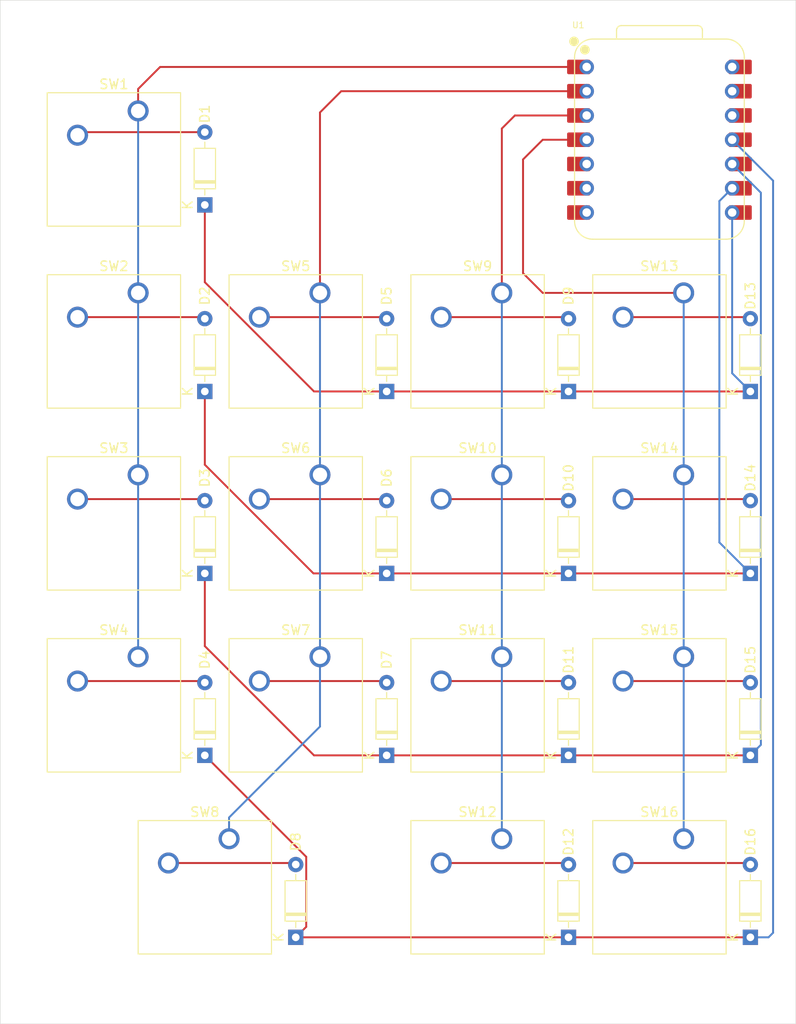
<source format=kicad_pcb>
(kicad_pcb (version 20240108) (generator "pcbnew") (generator_version "8.0")
  (layers (0 "F.Cu" signal) (31 "B.Cu" signal) (34 "B.Paste" user) (35 "F.Paste" user) (36 "B.SilkS" user "B.Silkscreen") (37 "F.SilkS" user "F.Silkscreen") (38 "B.Mask" user) (39 "F.Mask" user) (44 "Edge.Cuts" user))
  (net 0 "")
  (net 1 "+5V")
  (net 2 "GND")
  (net 3 "ROW0")
  (net 4 "Net-(D1-A)")
  (net 5 "Net-(D2-A)")
  (net 6 "ROW1")
  (net 7 "ROW2")
  (net 9 "Net-(D3-A)")
  (net 10 "ROW3")
  (net 12 "Net-(D4-A)")
  (net 14 "Net-(D5-A)")
  (net 15 "Net-(D6-A)")
  (net 16 "Net-(D7-A)")
  (net 17 "Net-(D8-A)")
  (net 18 "Net-(D9-A)")
  (net 19 "Net-(D10-A)")
  (net 20 "Net-(D11-A)")
  (net 21 "Net-(D12-A)")
  (net 22 "Net-(D13-A)")
  (net 23 "Net-(D14-A)")
  (net 24 "Net-(D15-A)")
  (net 25 "Net-(D16-A)")
  (net 26 "COL0")
  (net 27 "COL1")
  (net 28 "COL2")
  (net 29 "COL3")
  (footprint "Diode_THT:D_DO-35_SOD27_P7.62mm_Horizontal" (layer "F.Cu") (at 85.725 107.6325 90)
    (property "Reference" "D11" (at 10.00125 0 90) (layer "F.SilkS"))
    (property "Value" "1N4148")
    (fp_text user "K" (at 0 -1.8 90) (layer "F.SilkS"))
    (pad "1" thru_hole rect (at 0 0 90) (size 1.6 1.6) (drill 0.8) (layers "*.Cu" "*.Mask") (net 7 "ROW2"))
    (pad "2" thru_hole oval (at 7.62 0 90) (size 1.6 1.6) (drill 0.8) (layers "*.Cu" "*.Mask") (net 20 "Net-(D11-A)"))
  )
  (footprint "Diode_THT:D_DO-35_SOD27_P7.62mm_Horizontal" (layer "F.Cu") (at 57.15 126.6825 90)
    (property "Reference" "D8" (at 10.00125 0 90) (layer "F.SilkS"))
    (property "Value" "1N4148")
    (fp_text user "K" (at 0 -1.8 90) (layer "F.SilkS"))
    (pad "1" thru_hole rect (at 0 0 90) (size 1.6 1.6) (drill 0.8) (layers "*.Cu" "*.Mask") (net 10 "ROW3"))
    (pad "2" thru_hole oval (at 7.62 0 90) (size 1.6 1.6) (drill 0.8) (layers "*.Cu" "*.Mask") (net 17 "Net-(D8-A)"))
  )
  (footprint "Button_Switch_Keyboard:SW_Cherry_MX_1.00u_PCB" (layer "F.Cu") (at 40.64 97.31375)
    (property "Reference" "SW4" (at -2.54 -2.794 0) (layer "F.SilkS"))
    (property "Value" "SW_Push")
    (pad "" np_thru_hole circle (at -7.62 5.08) (size 1.7 1.7) (drill 1.7) (layers "*.Cu" "*.Mask"))
    (pad "" np_thru_hole circle (at -2.54 5.08) (size 4 4) (drill 4) (layers "*.Cu" "*.Mask"))
    (pad "" np_thru_hole circle (at 2.54 5.08) (size 1.7 1.7) (drill 1.7) (layers "*.Cu" "*.Mask"))
    (pad "1" thru_hole circle (at 0 0) (size 2.2 2.2) (drill 1.5) (layers "*.Cu" "*.Mask") (net 26 "COL0"))
    (pad "2" thru_hole circle (at -6.35 2.54) (size 2.2 2.2) (drill 1.5) (layers "*.Cu" "*.Mask") (net 12 "Net-(D4-A)"))
  )
  (footprint "Button_Switch_Keyboard:SW_Cherry_MX_1.00u_PCB" (layer "F.Cu") (at 97.79 78.26375)
    (property "Reference" "SW14" (at -2.54 -2.794 0) (layer "F.SilkS"))
    (property "Value" "SW_Push")
    (pad "" np_thru_hole circle (at -7.62 5.08) (size 1.7 1.7) (drill 1.7) (layers "*.Cu" "*.Mask"))
    (pad "" np_thru_hole circle (at -2.54 5.08) (size 4 4) (drill 4) (layers "*.Cu" "*.Mask"))
    (pad "" np_thru_hole circle (at 2.54 5.08) (size 1.7 1.7) (drill 1.7) (layers "*.Cu" "*.Mask"))
    (pad "1" thru_hole circle (at 0 0) (size 2.2 2.2) (drill 1.5) (layers "*.Cu" "*.Mask") (net 29 "COL3"))
    (pad "2" thru_hole circle (at -6.35 2.54) (size 2.2 2.2) (drill 1.5) (layers "*.Cu" "*.Mask") (net 23 "Net-(D14-A)"))
  )
  (footprint "Diode_THT:D_DO-35_SOD27_P7.62mm_Horizontal" (layer "F.Cu") (at 47.625 69.5325 90)
    (property "Reference" "D2" (at 10.00125 0 90) (layer "F.SilkS"))
    (property "Value" "1N4148")
    (fp_text user "K" (at 0 -1.8 90) (layer "F.SilkS"))
    (pad "1" thru_hole rect (at 0 0 90) (size 1.6 1.6) (drill 0.8) (layers "*.Cu" "*.Mask") (net 6 "ROW1"))
    (pad "2" thru_hole oval (at 7.62 0 90) (size 1.6 1.6) (drill 0.8) (layers "*.Cu" "*.Mask") (net 5 "Net-(D2-A)"))
  )
  (footprint "Diode_THT:D_DO-35_SOD27_P7.62mm_Horizontal" (layer "F.Cu") (at 66.675 69.5325 90)
    (property "Reference" "D5" (at 10.00125 0 90) (layer "F.SilkS"))
    (property "Value" "1N4148")
    (fp_text user "K" (at 0 -1.8 90) (layer "F.SilkS"))
    (pad "1" thru_hole rect (at 0 0 90) (size 1.6 1.6) (drill 0.8) (layers "*.Cu" "*.Mask") (net 3 "ROW0"))
    (pad "2" thru_hole oval (at 7.62 0 90) (size 1.6 1.6) (drill 0.8) (layers "*.Cu" "*.Mask") (net 14 "Net-(D5-A)"))
  )
  (footprint "Button_Switch_Keyboard:SW_Cherry_MX_1.00u_PCB" (layer "F.Cu") (at 59.69 59.21375)
    (property "Reference" "SW5" (at -2.54 -2.794 0) (layer "F.SilkS"))
    (property "Value" "SW_Push")
    (pad "" np_thru_hole circle (at -7.62 5.08) (size 1.7 1.7) (drill 1.7) (layers "*.Cu" "*.Mask"))
    (pad "" np_thru_hole circle (at -2.54 5.08) (size 4 4) (drill 4) (layers "*.Cu" "*.Mask"))
    (pad "" np_thru_hole circle (at 2.54 5.08) (size 1.7 1.7) (drill 1.7) (layers "*.Cu" "*.Mask"))
    (pad "1" thru_hole circle (at 0 0) (size 2.2 2.2) (drill 1.5) (layers "*.Cu" "*.Mask") (net 27 "COL1"))
    (pad "2" thru_hole circle (at -6.35 2.54) (size 2.2 2.2) (drill 1.5) (layers "*.Cu" "*.Mask") (net 14 "Net-(D5-A)"))
  )
  (footprint "Button_Switch_Keyboard:SW_Cherry_MX_1.00u_PCB" (layer "F.Cu") (at 59.69 78.26375)
    (property "Reference" "SW6" (at -2.54 -2.794 0) (layer "F.SilkS"))
    (property "Value" "SW_Push")
    (pad "" np_thru_hole circle (at -7.62 5.08) (size 1.7 1.7) (drill 1.7) (layers "*.Cu" "*.Mask"))
    (pad "" np_thru_hole circle (at -2.54 5.08) (size 4 4) (drill 4) (layers "*.Cu" "*.Mask"))
    (pad "" np_thru_hole circle (at 2.54 5.08) (size 1.7 1.7) (drill 1.7) (layers "*.Cu" "*.Mask"))
    (pad "1" thru_hole circle (at 0 0) (size 2.2 2.2) (drill 1.5) (layers "*.Cu" "*.Mask") (net 27 "COL1"))
    (pad "2" thru_hole circle (at -6.35 2.54) (size 2.2 2.2) (drill 1.5) (layers "*.Cu" "*.Mask") (net 15 "Net-(D6-A)"))
  )
  (footprint "Button_Switch_Keyboard:SW_Cherry_MX_1.00u_PCB" (layer "F.Cu") (at 50.165 116.36375)
    (property "Reference" "SW8" (at -2.54 -2.794 0) (layer "F.SilkS"))
    (property "Value" "SW_Push")
    (pad "" np_thru_hole circle (at -7.62 5.08) (size 1.7 1.7) (drill 1.7) (layers "*.Cu" "*.Mask"))
    (pad "" np_thru_hole circle (at -2.54 5.08) (size 4 4) (drill 4) (layers "*.Cu" "*.Mask"))
    (pad "" np_thru_hole circle (at 2.54 5.08) (size 1.7 1.7) (drill 1.7) (layers "*.Cu" "*.Mask"))
    (pad "1" thru_hole circle (at 0 0) (size 2.2 2.2) (drill 1.5) (layers "*.Cu" "*.Mask") (net 27 "COL1"))
    (pad "2" thru_hole circle (at -6.35 2.54) (size 2.2 2.2) (drill 1.5) (layers "*.Cu" "*.Mask") (net 17 "Net-(D8-A)"))
  )
  (footprint "Button_Switch_Keyboard:SW_Cherry_MX_1.00u_PCB" (layer "F.Cu") (at 97.79 116.36375)
    (property "Reference" "SW16" (at -2.54 -2.794 0) (layer "F.SilkS"))
    (property "Value" "SW_Push")
    (pad "" np_thru_hole circle (at -7.62 5.08) (size 1.7 1.7) (drill 1.7) (layers "*.Cu" "*.Mask"))
    (pad "" np_thru_hole circle (at -2.54 5.08) (size 4 4) (drill 4) (layers "*.Cu" "*.Mask"))
    (pad "" np_thru_hole circle (at 2.54 5.08) (size 1.7 1.7) (drill 1.7) (layers "*.Cu" "*.Mask"))
    (pad "1" thru_hole circle (at 0 0) (size 2.2 2.2) (drill 1.5) (layers "*.Cu" "*.Mask") (net 29 "COL3"))
    (pad "2" thru_hole circle (at -6.35 2.54) (size 2.2 2.2) (drill 1.5) (layers "*.Cu" "*.Mask") (net 25 "Net-(D16-A)"))
  )
  (footprint "Diode_THT:D_DO-35_SOD27_P7.62mm_Horizontal" (layer "F.Cu") (at 85.725 126.6825 90)
    (property "Reference" "D12" (at 10.00125 0 90) (layer "F.SilkS"))
    (property "Value" "1N4148")
    (fp_text user "K" (at 0 -1.8 90) (layer "F.SilkS"))
    (pad "1" thru_hole rect (at 0 0 90) (size 1.6 1.6) (drill 0.8) (layers "*.Cu" "*.Mask") (net 10 "ROW3"))
    (pad "2" thru_hole oval (at 7.62 0 90) (size 1.6 1.6) (drill 0.8) (layers "*.Cu" "*.Mask") (net 21 "Net-(D12-A)"))
  )
  (footprint "Diode_THT:D_DO-35_SOD27_P7.62mm_Horizontal" (layer "F.Cu") (at 85.725 88.5825 90)
    (property "Reference" "D10" (at 10.00125 0 90) (layer "F.SilkS"))
    (property "Value" "1N4148")
    (fp_text user "K" (at 0 -1.8 90) (layer "F.SilkS"))
    (pad "1" thru_hole rect (at 0 0 90) (size 1.6 1.6) (drill 0.8) (layers "*.Cu" "*.Mask") (net 6 "ROW1"))
    (pad "2" thru_hole oval (at 7.62 0 90) (size 1.6 1.6) (drill 0.8) (layers "*.Cu" "*.Mask") (net 19 "Net-(D10-A)"))
  )
  (footprint "Diode_THT:D_DO-35_SOD27_P7.62mm_Horizontal" (layer "F.Cu") (at 85.725 69.5325 90)
    (property "Reference" "D9" (at 10.00125 0 90) (layer "F.SilkS"))
    (property "Value" "1N4148")
    (fp_text user "K" (at 0 -1.8 90) (layer "F.SilkS"))
    (pad "1" thru_hole rect (at 0 0 90) (size 1.6 1.6) (drill 0.8) (layers "*.Cu" "*.Mask") (net 3 "ROW0"))
    (pad "2" thru_hole oval (at 7.62 0 90) (size 1.6 1.6) (drill 0.8) (layers "*.Cu" "*.Mask") (net 18 "Net-(D9-A)"))
  )
  (footprint "Button_Switch_Keyboard:SW_Cherry_MX_1.00u_PCB" (layer "F.Cu") (at 97.79 59.21375)
    (property "Reference" "SW13" (at -2.54 -2.794 0) (layer "F.SilkS"))
    (property "Value" "SW_Push")
    (pad "" np_thru_hole circle (at -7.62 5.08) (size 1.7 1.7) (drill 1.7) (layers "*.Cu" "*.Mask"))
    (pad "" np_thru_hole circle (at -2.54 5.08) (size 4 4) (drill 4) (layers "*.Cu" "*.Mask"))
    (pad "" np_thru_hole circle (at 2.54 5.08) (size 1.7 1.7) (drill 1.7) (layers "*.Cu" "*.Mask"))
    (pad "1" thru_hole circle (at 0 0) (size 2.2 2.2) (drill 1.5) (layers "*.Cu" "*.Mask") (net 29 "COL3"))
    (pad "2" thru_hole circle (at -6.35 2.54) (size 2.2 2.2) (drill 1.5) (layers "*.Cu" "*.Mask") (net 22 "Net-(D13-A)"))
  )
  (footprint "Button_Switch_Keyboard:SW_Cherry_MX_1.00u_PCB" (layer "F.Cu") (at 40.64 78.26375)
    (property "Reference" "SW3" (at -2.54 -2.794 0) (layer "F.SilkS"))
    (property "Value" "SW_Push")
    (pad "" np_thru_hole circle (at -7.62 5.08) (size 1.7 1.7) (drill 1.7) (layers "*.Cu" "*.Mask"))
    (pad "" np_thru_hole circle (at -2.54 5.08) (size 4 4) (drill 4) (layers "*.Cu" "*.Mask"))
    (pad "" np_thru_hole circle (at 2.54 5.08) (size 1.7 1.7) (drill 1.7) (layers "*.Cu" "*.Mask"))
    (pad "1" thru_hole circle (at 0 0) (size 2.2 2.2) (drill 1.5) (layers "*.Cu" "*.Mask") (net 26 "COL0"))
    (pad "2" thru_hole circle (at -6.35 2.54) (size 2.2 2.2) (drill 1.5) (layers "*.Cu" "*.Mask") (net 9 "Net-(D3-A)"))
  )
  (footprint "Diode_THT:D_DO-35_SOD27_P7.62mm_Horizontal" (layer "F.Cu") (at 47.625 50.00625 90)
    (property "Reference" "D1" (at 9.525 0 90) (layer "F.SilkS"))
    (property "Value" "1N4148")
    (fp_text user "K" (at 0 -1.8 90) (layer "F.SilkS"))
    (pad "1" thru_hole rect (at 0 0 90) (size 1.6 1.6) (drill 0.8) (layers "*.Cu" "*.Mask") (net 3 "ROW0"))
    (pad "2" thru_hole oval (at 7.62 0 90) (size 1.6 1.6) (drill 0.8) (layers "*.Cu" "*.Mask") (net 4 "Net-(D1-A)"))
  )
  (footprint "Diode_THT:D_DO-35_SOD27_P7.62mm_Horizontal" (layer "F.Cu") (at 104.775 69.5325 90)
    (property "Reference" "D13" (at 10.00125 0 90) (layer "F.SilkS"))
    (property "Value" "1N4148")
    (fp_text user "K" (at 0 -1.8 90) (layer "F.SilkS"))
    (pad "1" thru_hole rect (at 0 0 90) (size 1.6 1.6) (drill 0.8) (layers "*.Cu" "*.Mask") (net 3 "ROW0"))
    (pad "2" thru_hole oval (at 7.62 0 90) (size 1.6 1.6) (drill 0.8) (layers "*.Cu" "*.Mask") (net 22 "Net-(D13-A)"))
  )
  (footprint "Diode_THT:D_DO-35_SOD27_P7.62mm_Horizontal" (layer "F.Cu") (at 104.775 88.5825 90)
    (property "Reference" "D14" (at 10.00125 0 90) (layer "F.SilkS"))
    (property "Value" "1N4148")
    (fp_text user "K" (at 0 -1.8 90) (layer "F.SilkS"))
    (pad "1" thru_hole rect (at 0 0 90) (size 1.6 1.6) (drill 0.8) (layers "*.Cu" "*.Mask") (net 6 "ROW1"))
    (pad "2" thru_hole oval (at 7.62 0 90) (size 1.6 1.6) (drill 0.8) (layers "*.Cu" "*.Mask") (net 23 "Net-(D14-A)"))
  )
  (footprint "Diode_THT:D_DO-35_SOD27_P7.62mm_Horizontal" (layer "F.Cu") (at 66.675 107.6325 90)
    (property "Reference" "D7" (at 10.00125 0 90) (layer "F.SilkS"))
    (property "Value" "1N4148")
    (fp_text user "K" (at 0 -1.8 90) (layer "F.SilkS"))
    (pad "1" thru_hole rect (at 0 0 90) (size 1.6 1.6) (drill 0.8) (layers "*.Cu" "*.Mask") (net 7 "ROW2"))
    (pad "2" thru_hole oval (at 7.62 0 90) (size 1.6 1.6) (drill 0.8) (layers "*.Cu" "*.Mask") (net 16 "Net-(D7-A)"))
  )
  (footprint "Button_Switch_Keyboard:SW_Cherry_MX_1.00u_PCB" (layer "F.Cu") (at 78.74 116.36375)
    (property "Reference" "SW12" (at -2.54 -2.794 0) (layer "F.SilkS"))
    (property "Value" "SW_Push")
    (pad "" np_thru_hole circle (at -7.62 5.08) (size 1.7 1.7) (drill 1.7) (layers "*.Cu" "*.Mask"))
    (pad "" np_thru_hole circle (at -2.54 5.08) (size 4 4) (drill 4) (layers "*.Cu" "*.Mask"))
    (pad "" np_thru_hole circle (at 2.54 5.08) (size 1.7 1.7) (drill 1.7) (layers "*.Cu" "*.Mask"))
    (pad "1" thru_hole circle (at 0 0) (size 2.2 2.2) (drill 1.5) (layers "*.Cu" "*.Mask") (net 28 "COL2"))
    (pad "2" thru_hole circle (at -6.35 2.54) (size 2.2 2.2) (drill 1.5) (layers "*.Cu" "*.Mask") (net 21 "Net-(D12-A)"))
  )
  (footprint "Button_Switch_Keyboard:SW_Cherry_MX_1.00u_PCB" (layer "F.Cu") (at 78.74 59.21375)
    (property "Reference" "SW9" (at -2.54 -2.794 0) (layer "F.SilkS"))
    (property "Value" "SW_Push")
    (pad "" np_thru_hole circle (at -7.62 5.08) (size 1.7 1.7) (drill 1.7) (layers "*.Cu" "*.Mask"))
    (pad "" np_thru_hole circle (at -2.54 5.08) (size 4 4) (drill 4) (layers "*.Cu" "*.Mask"))
    (pad "" np_thru_hole circle (at 2.54 5.08) (size 1.7 1.7) (drill 1.7) (layers "*.Cu" "*.Mask"))
    (pad "1" thru_hole circle (at 0 0) (size 2.2 2.2) (drill 1.5) (layers "*.Cu" "*.Mask") (net 28 "COL2"))
    (pad "2" thru_hole circle (at -6.35 2.54) (size 2.2 2.2) (drill 1.5) (layers "*.Cu" "*.Mask") (net 18 "Net-(D9-A)"))
  )
  (footprint "Button_Switch_Keyboard:SW_Cherry_MX_1.00u_PCB" (layer "F.Cu") (at 40.64 59.21375)
    (property "Reference" "SW2" (at -2.54 -2.794 0) (layer "F.SilkS"))
    (property "Value" "SW_Push")
    (pad "" np_thru_hole circle (at -7.62 5.08) (size 1.7 1.7) (drill 1.7) (layers "*.Cu" "*.Mask"))
    (pad "" np_thru_hole circle (at -2.54 5.08) (size 4 4) (drill 4) (layers "*.Cu" "*.Mask"))
    (pad "" np_thru_hole circle (at 2.54 5.08) (size 1.7 1.7) (drill 1.7) (layers "*.Cu" "*.Mask"))
    (pad "1" thru_hole circle (at 0 0) (size 2.2 2.2) (drill 1.5) (layers "*.Cu" "*.Mask") (net 26 "COL0"))
    (pad "2" thru_hole circle (at -6.35 2.54) (size 2.2 2.2) (drill 1.5) (layers "*.Cu" "*.Mask") (net 5 "Net-(D2-A)"))
  )
  (footprint "Diode_THT:D_DO-35_SOD27_P7.62mm_Horizontal" (layer "F.Cu") (at 66.675 88.5825 90)
    (property "Reference" "D6" (at 10.00125 0 90) (layer "F.SilkS"))
    (property "Value" "1N4148")
    (fp_text user "K" (at 0 -1.8 90) (layer "F.SilkS"))
    (pad "1" thru_hole rect (at 0 0 90) (size 1.6 1.6) (drill 0.8) (layers "*.Cu" "*.Mask") (net 6 "ROW1"))
    (pad "2" thru_hole oval (at 7.62 0 90) (size 1.6 1.6) (drill 0.8) (layers "*.Cu" "*.Mask") (net 15 "Net-(D6-A)"))
  )
  (footprint "Button_Switch_Keyboard:SW_Cherry_MX_1.00u_PCB" (layer "F.Cu") (at 78.74 97.31375)
    (property "Reference" "SW11" (at -2.54 -2.794 0) (layer "F.SilkS"))
    (property "Value" "SW_Push")
    (pad "" np_thru_hole circle (at -7.62 5.08) (size 1.7 1.7) (drill 1.7) (layers "*.Cu" "*.Mask"))
    (pad "" np_thru_hole circle (at -2.54 5.08) (size 4 4) (drill 4) (layers "*.Cu" "*.Mask"))
    (pad "" np_thru_hole circle (at 2.54 5.08) (size 1.7 1.7) (drill 1.7) (layers "*.Cu" "*.Mask"))
    (pad "1" thru_hole circle (at 0 0) (size 2.2 2.2) (drill 1.5) (layers "*.Cu" "*.Mask") (net 28 "COL2"))
    (pad "2" thru_hole circle (at -6.35 2.54) (size 2.2 2.2) (drill 1.5) (layers "*.Cu" "*.Mask") (net 20 "Net-(D11-A)"))
  )
  (footprint "Diode_THT:D_DO-35_SOD27_P7.62mm_Horizontal" (layer "F.Cu") (at 47.625 107.6325 90)
    (property "Reference" "D4" (at 10.00125 0 90) (layer "F.SilkS"))
    (property "Value" "1N4148")
    (fp_text user "K" (at 0 -1.8 90) (layer "F.SilkS"))
    (pad "1" thru_hole rect (at 0 0 90) (size 1.6 1.6) (drill 0.8) (layers "*.Cu" "*.Mask") (net 10 "ROW3"))
    (pad "2" thru_hole oval (at 7.62 0 90) (size 1.6 1.6) (drill 0.8) (layers "*.Cu" "*.Mask") (net 12 "Net-(D4-A)"))
  )
  (footprint "Diode_THT:D_DO-35_SOD27_P7.62mm_Horizontal" (layer "F.Cu") (at 47.625 88.5825 90)
    (property "Reference" "D3" (at 10.00125 0 90) (layer "F.SilkS"))
    (property "Value" "1N4148")
    (fp_text user "K" (at 0 -1.8 90) (layer "F.SilkS"))
    (pad "1" thru_hole rect (at 0 0 90) (size 1.6 1.6) (drill 0.8) (layers "*.Cu" "*.Mask") (net 7 "ROW2"))
    (pad "2" thru_hole oval (at 7.62 0 90) (size 1.6 1.6) (drill 0.8) (layers "*.Cu" "*.Mask") (net 9 "Net-(D3-A)"))
  )
  (footprint "Diode_THT:D_DO-35_SOD27_P7.62mm_Horizontal" (layer "F.Cu") (at 104.775 126.6825 90)
    (property "Reference" "D16" (at 10.00125 0 90) (layer "F.SilkS"))
    (property "Value" "1N4148")
    (fp_text user "K" (at 0 -1.8 90) (layer "F.SilkS"))
    (pad "1" thru_hole rect (at 0 0 90) (size 1.6 1.6) (drill 0.8) (layers "*.Cu" "*.Mask") (net 10 "ROW3"))
    (pad "2" thru_hole oval (at 7.62 0 90) (size 1.6 1.6) (drill 0.8) (layers "*.Cu" "*.Mask") (net 25 "Net-(D16-A)"))
  )
  (footprint "Button_Switch_Keyboard:SW_Cherry_MX_1.00u_PCB" (layer "F.Cu") (at 97.79 97.31375)
    (property "Reference" "SW15" (at -2.54 -2.794 0) (layer "F.SilkS"))
    (property "Value" "SW_Push")
    (pad "" np_thru_hole circle (at -7.62 5.08) (size 1.7 1.7) (drill 1.7) (layers "*.Cu" "*.Mask"))
    (pad "" np_thru_hole circle (at -2.54 5.08) (size 4 4) (drill 4) (layers "*.Cu" "*.Mask"))
    (pad "" np_thru_hole circle (at 2.54 5.08) (size 1.7 1.7) (drill 1.7) (layers "*.Cu" "*.Mask"))
    (pad "1" thru_hole circle (at 0 0) (size 2.2 2.2) (drill 1.5) (layers "*.Cu" "*.Mask") (net 29 "COL3"))
    (pad "2" thru_hole circle (at -6.35 2.54) (size 2.2 2.2) (drill 1.5) (layers "*.Cu" "*.Mask") (net 24 "Net-(D15-A)"))
  )
  (footprint "OPL:XIAO-RP2040-DIP" (layer "F.Cu") (at 95.25 43.18)
    (property "Reference" "U1" (at -8.5 -12 0) (layer "F.SilkS") (effects (font (size 0.635 0.635) (thickness 0.1016))))
    (property "Value" "XIAO-RP2040-DIP")
    (pad "1" smd roundrect (at -8.455 -7.62 180) (size 2.432 1.524) (layers "F.Cu" "F.Mask") (roundrect_rratio 0.1) (net 26 "COL0"))
    (pad "1" thru_hole circle (at -7.62 -7.62 180) (size 1.524 1.524) (drill 0.889) (layers "*.Cu" "*.Mask") (net 26 "COL0"))
    (pad "2" smd roundrect (at -8.455 -5.08 180) (size 2.432 1.524) (layers "F.Cu" "F.Mask") (roundrect_rratio 0.1) (net 27 "COL1"))
    (pad "2" thru_hole circle (at -7.62 -5.08 180) (size 1.524 1.524) (drill 0.889) (layers "*.Cu" "*.Mask") (net 27 "COL1"))
    (pad "3" smd roundrect (at -8.455 -2.54 180) (size 2.432 1.524) (layers "F.Cu" "F.Mask") (roundrect_rratio 0.1) (net 28 "COL2"))
    (pad "3" thru_hole circle (at -7.62 -2.54 180) (size 1.524 1.524) (drill 0.889) (layers "*.Cu" "*.Mask") (net 28 "COL2"))
    (pad "4" smd roundrect (at -8.455 0 180) (size 2.432 1.524) (layers "F.Cu" "F.Mask") (roundrect_rratio 0.1) (net 29 "COL3"))
    (pad "4" thru_hole circle (at -7.62 0 180) (size 1.524 1.524) (drill 0.889) (layers "*.Cu" "*.Mask") (net 29 "COL3"))
    (pad "5" smd roundrect (at -8.455 2.54 180) (size 2.432 1.524) (layers "F.Cu" "F.Mask") (roundrect_rratio 0.1))
    (pad "5" thru_hole circle (at -7.62 2.54 180) (size 1.524 1.524) (drill 0.889) (layers "*.Cu" "*.Mask"))
    (pad "6" smd roundrect (at -8.455 5.08 180) (size 2.432 1.524) (layers "F.Cu" "F.Mask") (roundrect_rratio 0.1))
    (pad "6" thru_hole circle (at -7.62 5.08 180) (size 1.524 1.524) (drill 0.889) (layers "*.Cu" "*.Mask"))
    (pad "7" smd roundrect (at -8.455 7.62 180) (size 2.432 1.524) (layers "F.Cu" "F.Mask") (roundrect_rratio 0.1))
    (pad "7" thru_hole circle (at -7.62 7.62 180) (size 1.524 1.524) (drill 0.889) (layers "*.Cu" "*.Mask"))
    (pad "8" thru_hole circle (at 7.62 7.62) (size 1.524 1.524) (drill 0.889) (layers "*.Cu" "*.Mask") (net 3 "ROW0"))
    (pad "8" smd roundrect (at 8.455 7.62) (size 2.432 1.524) (layers "F.Cu" "F.Mask") (roundrect_rratio 0.1) (net 3 "ROW0"))
    (pad "9" thru_hole circle (at 7.62 5.08) (size 1.524 1.524) (drill 0.889) (layers "*.Cu" "*.Mask") (net 6 "ROW1"))
    (pad "9" smd roundrect (at 8.455 5.08) (size 2.432 1.524) (layers "F.Cu" "F.Mask") (roundrect_rratio 0.1) (net 6 "ROW1"))
    (pad "10" thru_hole circle (at 7.62 2.54) (size 1.524 1.524) (drill 0.889) (layers "*.Cu" "*.Mask") (net 7 "ROW2"))
    (pad "10" smd roundrect (at 8.455 2.54) (size 2.432 1.524) (layers "F.Cu" "F.Mask") (roundrect_rratio 0.1) (net 7 "ROW2"))
    (pad "11" thru_hole circle (at 7.62 0) (size 1.524 1.524) (drill 0.889) (layers "*.Cu" "*.Mask") (net 10 "ROW3"))
    (pad "11" smd roundrect (at 8.455 0) (size 2.432 1.524) (layers "F.Cu" "F.Mask") (roundrect_rratio 0.1) (net 10 "ROW3"))
    (pad "12" thru_hole circle (at 7.62 -2.54) (size 1.524 1.524) (drill 0.889) (layers "*.Cu" "*.Mask"))
    (pad "12" smd roundrect (at 8.455 -2.54) (size 2.432 1.524) (layers "F.Cu" "F.Mask") (roundrect_rratio 0.1))
    (pad "13" thru_hole circle (at 7.62 -5.08) (size 1.524 1.524) (drill 0.889) (layers "*.Cu" "*.Mask") (net 2 "GND"))
    (pad "13" smd roundrect (at 8.455 -5.08) (size 2.432 1.524) (layers "F.Cu" "F.Mask") (roundrect_rratio 0.1) (net 2 "GND"))
    (pad "14" thru_hole circle (at 7.62 -7.62) (size 1.524 1.524) (drill 0.889) (layers "*.Cu" "*.Mask") (net 1 "+5V"))
    (pad "14" smd roundrect (at 8.455 -7.62) (size 2.432 1.524) (layers "F.Cu" "F.Mask") (roundrect_rratio 0.1) (net 1 "+5V"))
  )
  (footprint "Button_Switch_Keyboard:SW_Cherry_MX_1.00u_PCB" (layer "F.Cu") (at 40.64 40.16375)
    (property "Reference" "SW1" (at -2.54 -2.794 0) (layer "F.SilkS"))
    (property "Value" "SW_Push")
    (pad "" np_thru_hole circle (at -7.62 5.08) (size 1.7 1.7) (drill 1.7) (layers "*.Cu" "*.Mask"))
    (pad "" np_thru_hole circle (at -2.54 5.08) (size 4 4) (drill 4) (layers "*.Cu" "*.Mask"))
    (pad "" np_thru_hole circle (at 2.54 5.08) (size 1.7 1.7) (drill 1.7) (layers "*.Cu" "*.Mask"))
    (pad "1" thru_hole circle (at 0 0) (size 2.2 2.2) (drill 1.5) (layers "*.Cu" "*.Mask") (net 26 "COL0"))
    (pad "2" thru_hole circle (at -6.35 2.54) (size 2.2 2.2) (drill 1.5) (layers "*.Cu" "*.Mask") (net 4 "Net-(D1-A)"))
  )
  (footprint "Button_Switch_Keyboard:SW_Cherry_MX_1.00u_PCB" (layer "F.Cu") (at 78.74 78.26375)
    (property "Reference" "SW10" (at -2.54 -2.794 0) (layer "F.SilkS"))
    (property "Value" "SW_Push")
    (pad "" np_thru_hole circle (at -7.62 5.08) (size 1.7 1.7) (drill 1.7) (layers "*.Cu" "*.Mask"))
    (pad "" np_thru_hole circle (at -2.54 5.08) (size 4 4) (drill 4) (layers "*.Cu" "*.Mask"))
    (pad "" np_thru_hole circle (at 2.54 5.08) (size 1.7 1.7) (drill 1.7) (layers "*.Cu" "*.Mask"))
    (pad "1" thru_hole circle (at 0 0) (size 2.2 2.2) (drill 1.5) (layers "*.Cu" "*.Mask") (net 28 "COL2"))
    (pad "2" thru_hole circle (at -6.35 2.54) (size 2.2 2.2) (drill 1.5) (layers "*.Cu" "*.Mask") (net 19 "Net-(D10-A)"))
  )
  (footprint "Button_Switch_Keyboard:SW_Cherry_MX_1.00u_PCB" (layer "F.Cu") (at 59.69 97.31375)
    (property "Reference" "SW7" (at -2.54 -2.794 0) (layer "F.SilkS"))
    (property "Value" "SW_Push")
    (pad "" np_thru_hole circle (at -7.62 5.08) (size 1.7 1.7) (drill 1.7) (layers "*.Cu" "*.Mask"))
    (pad "" np_thru_hole circle (at -2.54 5.08) (size 4 4) (drill 4) (layers "*.Cu" "*.Mask"))
    (pad "" np_thru_hole circle (at 2.54 5.08) (size 1.7 1.7) (drill 1.7) (layers "*.Cu" "*.Mask"))
    (pad "1" thru_hole circle (at 0 0) (size 2.2 2.2) (drill 1.5) (layers "*.Cu" "*.Mask") (net 27 "COL1"))
    (pad "2" thru_hole circle (at -6.35 2.54) (size 2.2 2.2) (drill 1.5) (layers "*.Cu" "*.Mask") (net 16 "Net-(D7-A)"))
  )
  (footprint "Diode_THT:D_DO-35_SOD27_P7.62mm_Horizontal" (layer "F.Cu") (at 104.775 107.6325 90)
    (property "Reference" "D15" (at 10.00125 0 90) (layer "F.SilkS"))
    (property "Value" "1N4148")
    (fp_text user "K" (at 0 -1.8 90) (layer "F.SilkS"))
    (pad "1" thru_hole rect (at 0 0 90) (size 1.6 1.6) (drill 0.8) (layers "*.Cu" "*.Mask") (net 7 "ROW2"))
    (pad "2" thru_hole oval (at 7.62 0 90) (size 1.6 1.6) (drill 0.8) (layers "*.Cu" "*.Mask") (net 24 "Net-(D15-A)"))
  )
  (gr_rect (start 26.19375 28.575) (end 109.5375 135.73125) (stroke (width 0.05)) (fill none) (layer "Edge.Cuts"))
  (segment (start 59.065348 69.5325) (end 66.675 69.5325) (width 0.2) (layer "F.Cu") (net 3))
  (segment (start 66.675 69.5325) (end 85.725 69.5325) (width 0.2) (layer "F.Cu") (net 3))
  (segment (start 85.725 69.5325) (end 104.775 69.5325) (width 0.2) (layer "F.Cu") (net 3))
  (segment (start 47.625 50.00625) (end 47.625 58.092152) (width 0.2) (layer "F.Cu") (net 3))
  (segment (start 47.625 58.092152) (end 59.065348 69.5325) (width 0.2) (layer "F.Cu") (net 3))
  (segment (start 102.87 67.6275) (end 104.775 69.5325) (width 0.2) (layer "B.Cu") (net 3))
  (segment (start 102.87 50.8) (end 102.87 67.6275) (width 0.2) (layer "B.Cu") (net 3))
  (segment (start 34.6075 42.38625) (end 34.29 42.70375) (width 0.2) (layer "F.Cu") (net 4))
  (segment (start 47.625 42.38625) (end 34.6075 42.38625) (width 0.2) (layer "F.Cu") (net 4))
  (segment (start 34.29 61.75375) (end 47.46625 61.75375) (width 0.2) (layer "F.Cu") (net 5))
  (segment (start 47.46625 61.75375) (end 47.625 61.9125) (width 0.2) (layer "F.Cu") (net 5))
  (segment (start 47.625 77.201694) (end 59.005806 88.5825) (width 0.2) (layer "F.Cu") (net 6))
  (segment (start 59.005806 88.5825) (end 66.675 88.5825) (width 0.2) (layer "F.Cu") (net 6))
  (segment (start 66.675 88.5825) (end 85.725 88.5825) (width 0.2) (layer "F.Cu") (net 6))
  (segment (start 47.625 69.5325) (end 47.625 77.201694) (width 0.2) (layer "F.Cu") (net 6))
  (segment (start 85.725 88.5825) (end 104.775 88.5825) (width 0.2) (layer "F.Cu") (net 6))
  (segment (start 101.53 49.6) (end 101.53 85.3375) (width 0.2) (layer "B.Cu") (net 6))
  (segment (start 101.53 85.3375) (end 104.775 88.5825) (width 0.2) (layer "B.Cu") (net 6))
  (segment (start 102.87 48.26) (end 101.53 49.6) (width 0.2) (layer "B.Cu") (net 6))
  (segment (start 47.625 96.192152) (end 59.065348 107.6325) (width 0.2) (layer "F.Cu") (net 7))
  (segment (start 59.065348 107.6325) (end 66.675 107.6325) (width 0.2) (layer "F.Cu") (net 7))
  (segment (start 85.725 107.6325) (end 104.775 107.6325) (width 0.2) (layer "F.Cu") (net 7))
  (segment (start 47.625 88.5825) (end 47.625 96.192152) (width 0.2) (layer "F.Cu") (net 7))
  (segment (start 66.675 107.6325) (end 85.725 107.6325) (width 0.2) (layer "F.Cu") (net 7))
  (segment (start 105.875 106.5325) (end 104.775 107.6325) (width 0.2) (layer "B.Cu") (net 7))
  (segment (start 102.87 45.72) (end 105.875 48.725) (width 0.2) (layer "B.Cu") (net 7))
  (segment (start 105.875 48.725) (end 105.875 106.5325) (width 0.2) (layer "B.Cu") (net 7))
  (segment (start 34.29 80.80375) (end 47.46625 80.80375) (width 0.2) (layer "F.Cu") (net 9))
  (segment (start 47.46625 80.80375) (end 47.625 80.9625) (width 0.2) (layer "F.Cu") (net 9))
  (segment (start 47.625 107.6325) (end 58.25 118.2575) (width 0.2) (layer "F.Cu") (net 10))
  (segment (start 57.15 126.6825) (end 85.725 126.6825) (width 0.2) (layer "F.Cu") (net 10))
  (segment (start 85.725 126.6825) (end 104.775 126.6825) (width 0.2) (layer "F.Cu") (net 10))
  (segment (start 58.25 118.2575) (end 58.25 125.5825) (width 0.2) (layer "F.Cu") (net 10))
  (segment (start 58.25 125.5825) (end 57.15 126.6825) (width 0.2) (layer "F.Cu") (net 10))
  (segment (start 107.15625 47.46625) (end 107.15625 126.20625) (width 0.2) (layer "B.Cu") (net 10))
  (segment (start 102.87 43.18) (end 107.15625 47.46625) (width 0.2) (layer "B.Cu") (net 10))
  (segment (start 106.68 126.6825) (end 104.775 126.6825) (width 0.2) (layer "B.Cu") (net 10))
  (segment (start 107.15625 126.20625) (end 106.68 126.6825) (width 0.2) (layer "B.Cu") (net 10))
  (segment (start 34.29 99.85375) (end 47.46625 99.85375) (width 0.2) (layer "F.Cu") (net 12))
  (segment (start 47.46625 99.85375) (end 47.625 100.0125) (width 0.2) (layer "F.Cu") (net 12))
  (segment (start 66.51625 61.75375) (end 66.675 61.9125) (width 0.2) (layer "F.Cu") (net 14))
  (segment (start 53.34 61.75375) (end 66.51625 61.75375) (width 0.2) (layer "F.Cu") (net 14))
  (segment (start 53.34 80.80375) (end 66.51625 80.80375) (width 0.2) (layer "F.Cu") (net 15))
  (segment (start 66.51625 80.80375) (end 66.675 80.9625) (width 0.2) (layer "F.Cu") (net 15))
  (segment (start 53.34 99.85375) (end 66.51625 99.85375) (width 0.2) (layer "F.Cu") (net 16))
  (segment (start 66.51625 99.85375) (end 66.675 100.0125) (width 0.2) (layer "F.Cu") (net 16))
  (segment (start 43.815 118.90375) (end 56.99125 118.90375) (width 0.2) (layer "F.Cu") (net 17))
  (segment (start 56.99125 118.90375) (end 57.15 119.0625) (width 0.2) (layer "F.Cu") (net 17))
  (segment (start 72.39 61.75375) (end 85.56625 61.75375) (width 0.2) (layer "F.Cu") (net 18))
  (segment (start 85.56625 61.75375) (end 85.725 61.9125) (width 0.2) (layer "F.Cu") (net 18))
  (segment (start 72.39 80.80375) (end 85.56625 80.80375) (width 0.2) (layer "F.Cu") (net 19))
  (segment (start 85.56625 80.80375) (end 85.725 80.9625) (width 0.2) (layer "F.Cu") (net 19))
  (segment (start 72.39 99.85375) (end 85.56625 99.85375) (width 0.2) (layer "F.Cu") (net 20))
  (segment (start 85.56625 99.85375) (end 85.725 100.0125) (width 0.2) (layer "F.Cu") (net 20))
  (segment (start 72.39 118.90375) (end 85.56625 118.90375) (width 0.2) (layer "F.Cu") (net 21))
  (segment (start 85.56625 118.90375) (end 85.725 119.0625) (width 0.2) (layer "F.Cu") (net 21))
  (segment (start 104.61625 61.75375) (end 104.775 61.9125) (width 0.2) (layer "F.Cu") (net 22))
  (segment (start 91.44 61.75375) (end 104.61625 61.75375) (width 0.2) (layer "F.Cu") (net 22))
  (segment (start 104.61625 80.80375) (end 104.775 80.9625) (width 0.2) (layer "F.Cu") (net 23))
  (segment (start 91.44 80.80375) (end 104.61625 80.80375) (width 0.2) (layer "F.Cu") (net 23))
  (segment (start 104.61625 99.85375) (end 104.775 100.0125) (width 0.2) (layer "F.Cu") (net 24))
  (segment (start 91.44 99.85375) (end 104.61625 99.85375) (width 0.2) (layer "F.Cu") (net 24))
  (segment (start 91.44 118.90375) (end 104.61625 118.90375) (width 0.2) (layer "F.Cu") (net 25))
  (segment (start 104.61625 118.90375) (end 104.775 119.0625) (width 0.2) (layer "F.Cu") (net 25))
  (segment (start 42.941875 35.56) (end 40.64 37.861875) (width 0.2) (layer "F.Cu") (net 26))
  (segment (start 40.64 37.861875) (end 40.64 40.16375) (width 0.2) (layer "F.Cu") (net 26))
  (segment (start 86.795 35.56) (end 42.941875 35.56) (width 0.2) (layer "F.Cu") (net 26))
  (segment (start 40.64 78.26375) (end 40.64 97.31375) (width 0.2) (layer "B.Cu") (net 26))
  (segment (start 40.64 40.16375) (end 40.64 59.21375) (width 0.2) (layer "B.Cu") (net 26))
  (segment (start 40.64 59.21375) (end 40.64 78.26375) (width 0.2) (layer "B.Cu") (net 26))
  (segment (start 59.69 40.3225) (end 61.9125 38.1) (width 0.2) (layer "F.Cu") (net 27))
  (segment (start 61.9125 38.1) (end 87.63 38.1) (width 0.2) (layer "F.Cu") (net 27))
  (segment (start 59.69 59.21375) (end 59.69 40.3225) (width 0.2) (layer "F.Cu") (net 27))
  (segment (start 50.165 114.14125) (end 50.165 116.36375) (width 0.2) (layer "B.Cu") (net 27))
  (segment (start 59.69 104.61625) (end 50.165 114.14125) (width 0.2) (layer "B.Cu") (net 27))
  (segment (start 59.69 97.31375) (end 59.69 78.26375) (width 0.2) (layer "B.Cu") (net 27))
  (segment (start 59.69 78.26375) (end 59.69 59.21375) (width 0.2) (layer "B.Cu") (net 27))
  (segment (start 59.69 97.31375) (end 59.69 104.61625) (width 0.2) (layer "B.Cu") (net 27))
  (segment (start 78.74 42.006185) (end 78.74 59.21375) (width 0.2) (layer "F.Cu") (net 28))
  (segment (start 80.106185 40.64) (end 78.74 42.006185) (width 0.2) (layer "F.Cu") (net 28))
  (segment (start 87.63 40.64) (end 80.106185 40.64) (width 0.2) (layer "F.Cu") (net 28))
  (segment (start 78.74 78.26375) (end 78.74 97.31375) (width 0.2) (layer "B.Cu") (net 28))
  (segment (start 78.74 97.31375) (end 78.74 116.36375) (width 0.2) (layer "B.Cu") (net 28))
  (segment (start 78.74 59.21375) (end 78.74 78.26375) (width 0.2) (layer "B.Cu") (net 28))
  (segment (start 80.9625 45.24375) (end 83.02625 43.18) (width 0.2) (layer "F.Cu") (net 29))
  (segment (start 83.02625 43.18) (end 87.63 43.18) (width 0.2) (layer "F.Cu") (net 29))
  (segment (start 80.9625 57.15) (end 80.9625 45.24375) (width 0.2) (layer "F.Cu") (net 29))
  (segment (start 83.02625 59.21375) (end 80.9625 57.15) (width 0.2) (layer "F.Cu") (net 29))
  (segment (start 97.79 59.21375) (end 83.02625 59.21375) (width 0.2) (layer "F.Cu") (net 29))
  (segment (start 97.79 78.26375) (end 97.79 97.31375) (width 0.2) (layer "B.Cu") (net 29))
  (segment (start 97.79 59.21375) (end 97.79 78.26375) (width 0.2) (layer "B.Cu") (net 29))
  (segment (start 97.79 97.31375) (end 97.79 116.36375) (width 0.2) (layer "B.Cu") (net 29))
)
</source>
